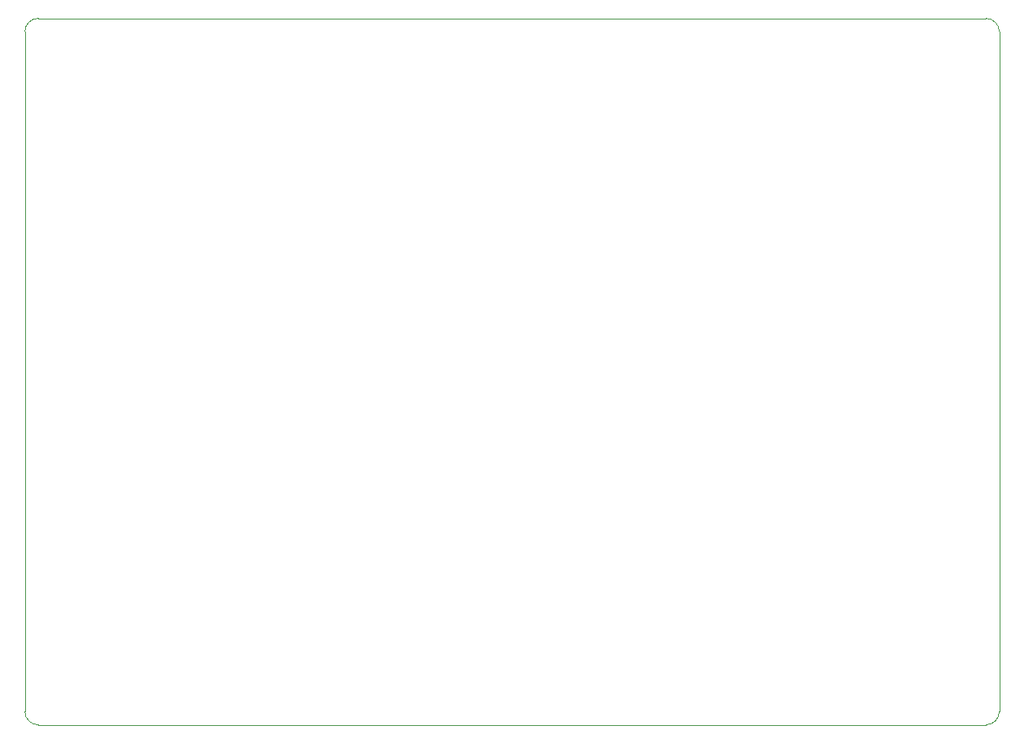
<source format=gbr>
%TF.GenerationSoftware,KiCad,Pcbnew,6.0.2+dfsg-1*%
%TF.CreationDate,2023-07-10T21:48:36-06:00*%
%TF.ProjectId,TestComponents,54657374-436f-46d7-906f-6e656e74732e,rev?*%
%TF.SameCoordinates,PXbf5d420PY621abf0*%
%TF.FileFunction,Profile,NP*%
%FSLAX46Y46*%
G04 Gerber Fmt 4.6, Leading zero omitted, Abs format (unit mm)*
G04 Created by KiCad (PCBNEW 6.0.2+dfsg-1) date 2023-07-10 21:48:36*
%MOMM*%
%LPD*%
G01*
G04 APERTURE LIST*
%TA.AperFunction,Profile*%
%ADD10C,0.100000*%
%TD*%
G04 APERTURE END LIST*
D10*
X3810000Y35433000D02*
G75*
G03*
X2413000Y36830000I-1397001J-1D01*
G01*
X-97790000Y35433000D02*
X-97790000Y-35433000D01*
X-96393000Y36830000D02*
X2413000Y36830000D01*
X3810000Y35433000D02*
X3810000Y-35433000D01*
X-96393000Y-36830000D02*
X2413000Y-36830000D01*
X-96393000Y36830000D02*
G75*
G03*
X-97790000Y35433000I1J-1397001D01*
G01*
X-97790000Y-35433000D02*
G75*
G03*
X-96393000Y-36830000I1397001J1D01*
G01*
X2413000Y-36830000D02*
G75*
G03*
X3810000Y-35433000I-1J1397001D01*
G01*
M02*

</source>
